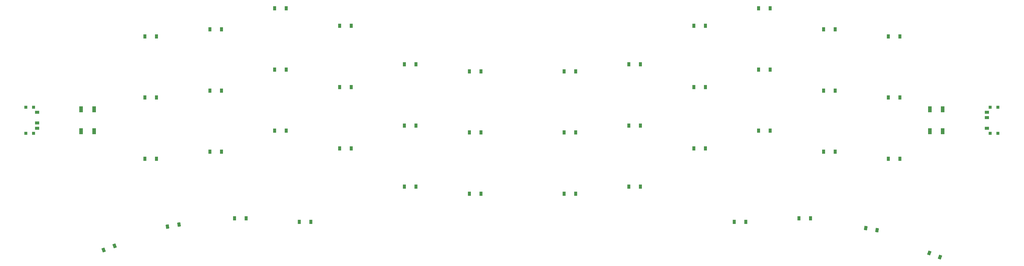
<source format=gbr>
%TF.GenerationSoftware,KiCad,Pcbnew,8.0.4*%
%TF.CreationDate,2024-08-22T13:40:17+01:00*%
%TF.ProjectId,TEST combine v2 left and right,54455354-2063-46f6-9d62-696e65207632,rev?*%
%TF.SameCoordinates,Original*%
%TF.FileFunction,Paste,Top*%
%TF.FilePolarity,Positive*%
%FSLAX46Y46*%
G04 Gerber Fmt 4.6, Leading zero omitted, Abs format (unit mm)*
G04 Created by KiCad (PCBNEW 8.0.4) date 2024-08-22 13:40:17*
%MOMM*%
%LPD*%
G01*
G04 APERTURE LIST*
G04 Aperture macros list*
%AMRotRect*
0 Rectangle, with rotation*
0 The origin of the aperture is its center*
0 $1 length*
0 $2 width*
0 $3 Rotation angle, in degrees counterclockwise*
0 Add horizontal line*
21,1,$1,$2,0,0,$3*%
G04 Aperture macros list end*
%ADD10R,0.900000X0.900000*%
%ADD11R,1.250000X0.900000*%
%ADD12R,1.100000X1.800000*%
%ADD13R,0.900000X1.200000*%
%ADD14RotRect,0.900000X1.200000X350.000000*%
%ADD15RotRect,0.900000X1.200000X340.000000*%
%ADD16RotRect,0.900000X1.200000X10.000000*%
%ADD17RotRect,0.900000X1.200000X20.000000*%
G04 APERTURE END LIST*
D10*
%TO.C,T1*%
X295500004Y-84999998D03*
X293300004Y-84999998D03*
X295500004Y-92399998D03*
X293300004Y-92399998D03*
D11*
X292325004Y-90949998D03*
X292325004Y-87949998D03*
X292325003Y-86449998D03*
%TD*%
D12*
%TO.C,B1*%
X279750001Y-85599998D03*
X279750001Y-91799998D03*
X276050001Y-85599998D03*
X276050001Y-91799998D03*
%TD*%
D13*
%TO.C,D18*%
X264250005Y-64699999D03*
X267550005Y-64700003D03*
%TD*%
%TO.C,D12*%
X227250001Y-56699997D03*
X230550001Y-56700001D03*
%TD*%
%TO.C,D17*%
X264250005Y-82199997D03*
X267550005Y-82200001D03*
%TD*%
%TO.C,D6*%
X190250002Y-72699997D03*
X193550002Y-72700001D03*
%TD*%
%TO.C,D13*%
X245750002Y-97699997D03*
X249050002Y-97700001D03*
%TD*%
%TO.C,D8*%
X208750002Y-79199996D03*
X212050002Y-79200000D03*
%TD*%
%TO.C,D2*%
X171750001Y-92199996D03*
X175050001Y-92200000D03*
%TD*%
%TO.C,D7*%
X208750005Y-96699998D03*
X212050005Y-96700002D03*
%TD*%
%TO.C,D11*%
X227250007Y-74199997D03*
X230550007Y-74200001D03*
%TD*%
D14*
%TO.C,D21*%
X257787360Y-119558027D03*
X261037226Y-120131063D03*
%TD*%
D15*
%TO.C,D22*%
X275865550Y-126663247D03*
X278966536Y-127791911D03*
%TD*%
D13*
%TO.C,D10*%
X227249999Y-91700000D03*
X230549999Y-91700004D03*
%TD*%
%TO.C,D3*%
X171750004Y-74699996D03*
X175050004Y-74700000D03*
%TD*%
%TO.C,D19*%
X220250006Y-117699997D03*
X223550006Y-117700001D03*
%TD*%
%TO.C,D9*%
X208750007Y-61699997D03*
X212050007Y-61700001D03*
%TD*%
%TO.C,D1*%
X171750004Y-109699997D03*
X175050004Y-109700001D03*
%TD*%
%TO.C,D14*%
X245750007Y-80199995D03*
X249050007Y-80199999D03*
%TD*%
%TO.C,D16*%
X264250006Y-99699999D03*
X267550006Y-99700003D03*
%TD*%
%TO.C,D15*%
X245750004Y-62699995D03*
X249050004Y-62699999D03*
%TD*%
%TO.C,D4*%
X190249998Y-107699998D03*
X193549998Y-107700002D03*
%TD*%
%TO.C,D20*%
X238750004Y-116699999D03*
X242050004Y-116700003D03*
%TD*%
%TO.C,D5*%
X190250008Y-90200000D03*
X193550008Y-90200004D03*
%TD*%
D10*
%TO.C,T1*%
X18301796Y-92401793D03*
X20501796Y-92401793D03*
X18301796Y-85001793D03*
X20501796Y-85001793D03*
D11*
X21476797Y-86451793D03*
X21476796Y-89451793D03*
X21476796Y-90951793D03*
%TD*%
D12*
%TO.C,B1*%
X34051797Y-91801793D03*
X34051797Y-85601793D03*
X37751797Y-91801793D03*
X37751797Y-85601793D03*
%TD*%
D13*
%TO.C,D7*%
X107751795Y-96701796D03*
X111051795Y-96701794D03*
%TD*%
%TO.C,D3*%
X144751795Y-74701796D03*
X148051795Y-74701794D03*
%TD*%
%TO.C,D12*%
X89251797Y-56701796D03*
X92551797Y-56701794D03*
%TD*%
%TO.C,D18*%
X52251796Y-64701796D03*
X55551796Y-64701794D03*
%TD*%
%TO.C,D2*%
X144751797Y-92201795D03*
X148051797Y-92201793D03*
%TD*%
%TO.C,D17*%
X52251797Y-82201794D03*
X55551797Y-82201792D03*
%TD*%
%TO.C,D15*%
X70751796Y-62701796D03*
X74051796Y-62701794D03*
%TD*%
%TO.C,D9*%
X107751796Y-61701796D03*
X111051796Y-61701794D03*
%TD*%
%TO.C,D16*%
X52251796Y-99701797D03*
X55551796Y-99701795D03*
%TD*%
%TO.C,D1*%
X144751796Y-109701797D03*
X148051796Y-109701795D03*
%TD*%
%TO.C,D4*%
X126251796Y-107701796D03*
X129551796Y-107701794D03*
%TD*%
D16*
%TO.C,D21*%
X58673424Y-119090971D03*
X61923290Y-118517935D03*
%TD*%
D13*
%TO.C,D5*%
X126251794Y-90201796D03*
X129551794Y-90201794D03*
%TD*%
%TO.C,D13*%
X70751797Y-97701797D03*
X74051797Y-97701795D03*
%TD*%
D17*
%TO.C,D22*%
X40473419Y-125741584D03*
X43574405Y-124612920D03*
%TD*%
D13*
%TO.C,D6*%
X126251797Y-72701796D03*
X129551797Y-72701794D03*
%TD*%
%TO.C,D20*%
X77751796Y-116701795D03*
X81051796Y-116701793D03*
%TD*%
%TO.C,D14*%
X70751795Y-80201795D03*
X74051795Y-80201793D03*
%TD*%
%TO.C,D10*%
X89251795Y-91701796D03*
X92551795Y-91701794D03*
%TD*%
%TO.C,D19*%
X96251794Y-117701796D03*
X99551794Y-117701794D03*
%TD*%
%TO.C,D8*%
X107751797Y-79201795D03*
X111051797Y-79201793D03*
%TD*%
%TO.C,D11*%
X89251796Y-74201795D03*
X92551796Y-74201793D03*
%TD*%
M02*

</source>
